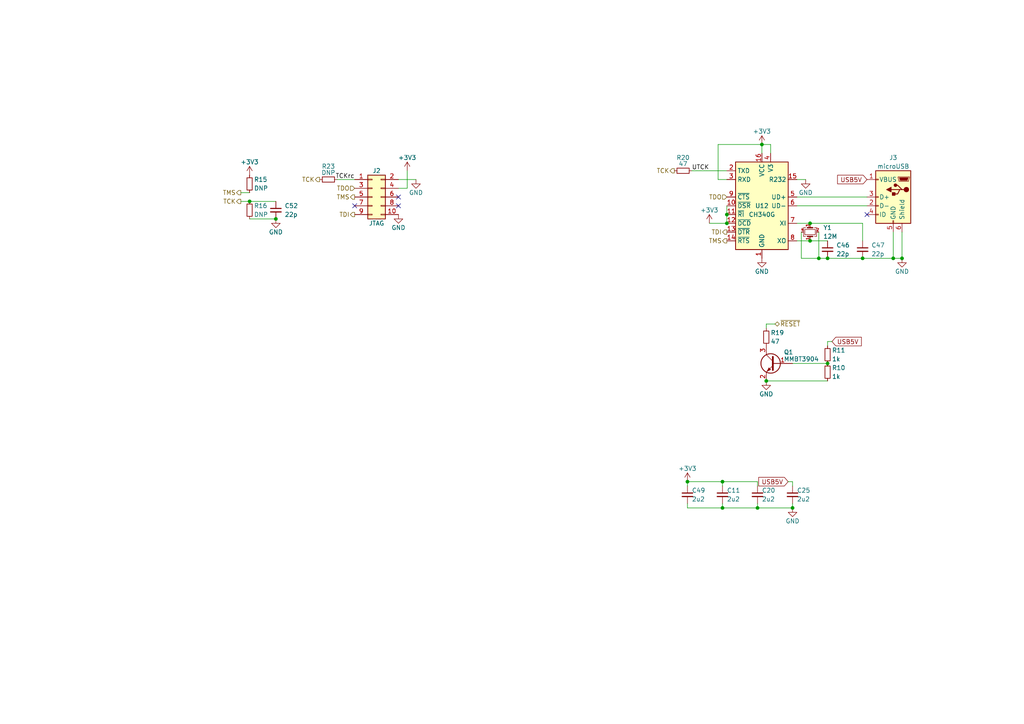
<source format=kicad_sch>
(kicad_sch (version 20231120) (generator "eeschema") (generator_version "8.0")
  (paper "A4")
  (title_block (title "WarpSE (GW4410A)") (date "2024-04-23") (rev "1.0") (company "Garrett's Workshop"))
  (lib_symbols
    (symbol "Connector:USB_B_Micro" (pin_names (offset 1.016))
      (property "Reference" "J" (at -5.08 11.43 0))
      (property "Value" "USB_B_Micro" (at -5.08 8.89 0))
      (symbol "USB_B_Micro_0_1"
        (rectangle (start -5.08 -7.62) (end 5.08 7.62) (stroke (width 0.254)) (fill (type background)))
        (circle (center -3.81 2.159) (radius 0.635) (stroke (width 0.254)) (fill (type outline)))
        (circle (center -0.635 3.429) (radius 0.381) (stroke (width 0.254)) (fill (type outline)))
        (rectangle (start -0.127 -7.62) (end 0.127 -6.858))
        (polyline (pts (xy -1.905 2.159) (xy 0.635 2.159)) (stroke (width 0.254)))
        (polyline (pts (xy -3.175 2.159) (xy -2.54 2.159) (xy -1.27 3.429) (xy -0.635 3.429)) (stroke (width 0.254)))
        (polyline (pts (xy -2.54 2.159) (xy -1.905 2.159) (xy -1.27 0.889) (xy 0 0.889)) (stroke (width 0.254)))
        (polyline (pts (xy 0.635 2.794) (xy 0.635 1.524) (xy 1.905 2.159) (xy 0.635 2.794)) (stroke (width 0.254)) (fill (type outline)))
        (polyline (pts (xy -4.318 5.588) (xy -1.778 5.588) (xy -2.032 4.826) (xy -4.064 4.826) (xy -4.318 5.588)) (fill (type outline)))
        (polyline (pts (xy -4.699 5.842) (xy -4.699 5.588) (xy -4.445 4.826) (xy -4.445 4.572) (xy -1.651 4.572) (xy -1.651 4.826) (xy -1.397 5.588) (xy -1.397 5.842) (xy -4.699 5.842)))
        (rectangle (start 0.254 1.27) (end -0.508 0.508) (stroke (width 0.254)) (fill (type outline)))
        (rectangle (start 5.08 -5.207) (end 4.318 -4.953))
        (rectangle (start 5.08 -2.667) (end 4.318 -2.413))
        (rectangle (start 5.08 -0.127) (end 4.318 0.127))
        (rectangle (start 5.08 4.953) (end 4.318 5.207))
      )
      (symbol "USB_B_Micro_1_1"
        (pin power_out line (at 7.62 5.08 180) (length 2.54) (name "VBUS") (number "1"))
        (pin bidirectional line (at 7.62 -2.54 180) (length 2.54) (name "D-") (number "2"))
        (pin bidirectional line (at 7.62 0 180) (length 2.54) (name "D+") (number "3"))
        (pin passive line (at 7.62 -5.08 180) (length 2.54) (name "ID") (number "4"))
        (pin power_out line (at 0 -10.16 90) (length 2.54) (name "GND") (number "5"))
        (pin passive line (at -2.54 -10.16 90) (length 2.54) (name "Shield") (number "6"))
      )
    )
    (symbol "Connector_Generic:Conn_02x05_Odd_Even" (pin_names (offset 1.016) hide)
      (property "Reference" "J" (at 1.27 7.62 0))
      (property "Value" "Conn_02x05_Odd_Even" (at 1.27 -7.62 0))
      (symbol "Conn_02x05_Odd_Even_1_1"
        (rectangle (start -1.27 -4.953) (end 0 -5.207) (stroke (width 0.1524)))
        (rectangle (start -1.27 -2.413) (end 0 -2.667) (stroke (width 0.1524)))
        (rectangle (start -1.27 0.127) (end 0 -0.127) (stroke (width 0.1524)))
        (rectangle (start -1.27 2.667) (end 0 2.413) (stroke (width 0.1524)))
        (rectangle (start -1.27 5.207) (end 0 4.953) (stroke (width 0.1524)))
        (rectangle (start -1.27 6.35) (end 3.81 -6.35) (stroke (width 0.254)) (fill (type background)))
        (rectangle (start 3.81 -4.953) (end 2.54 -5.207) (stroke (width 0.1524)))
        (rectangle (start 3.81 -2.413) (end 2.54 -2.667) (stroke (width 0.1524)))
        (rectangle (start 3.81 0.127) (end 2.54 -0.127) (stroke (width 0.1524)))
        (rectangle (start 3.81 2.667) (end 2.54 2.413) (stroke (width 0.1524)))
        (rectangle (start 3.81 5.207) (end 2.54 4.953) (stroke (width 0.1524)))
        (pin passive line (at -5.08 5.08 0) (length 3.81) (name "Pin_1") (number "1"))
        (pin passive line (at 7.62 -5.08 180) (length 3.81) (name "Pin_10") (number "10"))
        (pin passive line (at 7.62 5.08 180) (length 3.81) (name "Pin_2") (number "2"))
        (pin passive line (at -5.08 2.54 0) (length 3.81) (name "Pin_3") (number "3"))
        (pin passive line (at 7.62 2.54 180) (length 3.81) (name "Pin_4") (number "4"))
        (pin passive line (at -5.08 0 0) (length 3.81) (name "Pin_5") (number "5"))
        (pin passive line (at 7.62 0 180) (length 3.81) (name "Pin_6") (number "6"))
        (pin passive line (at -5.08 -2.54 0) (length 3.81) (name "Pin_7") (number "7"))
        (pin passive line (at 7.62 -2.54 180) (length 3.81) (name "Pin_8") (number "8"))
        (pin passive line (at -5.08 -5.08 0) (length 3.81) (name "Pin_9") (number "9"))
      )
    )
    (symbol "Device:C_Small" (pin_numbers hide) (pin_names (offset 0.254) hide)
      (property "Reference" "C" (at 0.254 1.778 0))
      (property "Value" "C_Small" (at 0.254 -2.032 0))
      (symbol "C_Small_0_1"
        (polyline (pts (xy -1.524 -0.508) (xy 1.524 -0.508)) (stroke (width 0.3302)))
        (polyline (pts (xy -1.524 0.508) (xy 1.524 0.508)) (stroke (width 0.3048)))
      )
      (symbol "C_Small_1_1"
        (pin passive line (at 0 2.54 270) (length 2.032) (name "~") (number "1"))
        (pin passive line (at 0 -2.54 90) (length 2.032) (name "~") (number "2"))
      )
    )
    (symbol "Device:Crystal_GND24_Small" (pin_names (offset 1.016) hide)
      (property "Reference" "Y" (at 1.27 4.445 0))
      (property "Value" "Crystal_GND24_Small" (at 1.27 2.54 0))
      (symbol "Crystal_GND24_Small_0_1"
        (rectangle (start -0.762 -1.524) (end 0.762 1.524))
        (polyline (pts (xy -1.27 -0.762) (xy -1.27 0.762)) (stroke (width 0.381)))
        (polyline (pts (xy 1.27 -0.762) (xy 1.27 0.762)) (stroke (width 0.381)))
        (polyline (pts (xy -1.27 -1.27) (xy -1.27 -1.905) (xy 1.27 -1.905) (xy 1.27 -1.27)))
        (polyline (pts (xy -1.27 1.27) (xy -1.27 1.905) (xy 1.27 1.905) (xy 1.27 1.27)))
      )
      (symbol "Crystal_GND24_Small_1_1"
        (pin passive line (at -2.54 0 0) (length 1.27) (name "1") (number "1"))
        (pin passive line (at 0 -2.54 90) (length 0.635) (name "2") (number "2"))
        (pin passive line (at 2.54 0 180) (length 1.27) (name "3") (number "3"))
        (pin passive line (at 0 2.54 270) (length 0.635) (name "4") (number "4"))
      )
    )
    (symbol "Device:R_Small" (pin_numbers hide) (pin_names (offset 0.254) hide)
      (property "Reference" "R" (at 0.762 0.508 0))
      (property "Value" "R_Small" (at 0.762 -1.016 0))
      (symbol "R_Small_0_1"
        (rectangle (start -0.762 1.778) (end 0.762 -1.778) (stroke (width 0.2032)))
      )
      (symbol "R_Small_1_1"
        (pin passive line (at 0 2.54 270) (length 0.762) (name "~") (number "1"))
        (pin passive line (at 0 -2.54 90) (length 0.762) (name "~") (number "2"))
      )
    )
    (symbol "Interface_USB:CH340G"
      (property "Reference" "U" (at -5.08 13.97 0))
      (property "Value" "CH340G" (at 1.27 13.97 0))
      (symbol "CH340G_0_1"
        (rectangle (start -7.62 12.7) (end 7.62 -12.7) (stroke (width 0.254)) (fill (type background)))
      )
      (symbol "CH340G_1_1"
        (pin power_in line (at 0 -15.24 90) (length 2.54) (name "GND") (number "1"))
        (pin input line (at 10.16 0 180) (length 2.54) (name "~{DSR}") (number "10"))
        (pin input line (at 10.16 -2.54 180) (length 2.54) (name "~{RI}") (number "11"))
        (pin input line (at 10.16 -5.08 180) (length 2.54) (name "~{DCD}") (number "12"))
        (pin output line (at 10.16 -7.62 180) (length 2.54) (name "~{DTR}") (number "13"))
        (pin output line (at 10.16 -10.16 180) (length 2.54) (name "~{RTS}") (number "14"))
        (pin input line (at -10.16 7.62 0) (length 2.54) (name "R232") (number "15"))
        (pin power_in line (at 0 15.24 270) (length 2.54) (name "VCC") (number "16"))
        (pin output line (at 10.16 10.16 180) (length 2.54) (name "TXD") (number "2"))
        (pin input line (at 10.16 7.62 180) (length 2.54) (name "RXD") (number "3"))
        (pin passive line (at -2.54 15.24 270) (length 2.54) (name "V3") (number "4"))
        (pin bidirectional line (at -10.16 2.54 0) (length 2.54) (name "UD+") (number "5"))
        (pin bidirectional line (at -10.16 0 0) (length 2.54) (name "UD-") (number "6"))
        (pin input line (at -10.16 -5.08 0) (length 2.54) (name "XI") (number "7"))
        (pin output line (at -10.16 -10.16 0) (length 2.54) (name "XO") (number "8"))
        (pin input line (at 10.16 2.54 180) (length 2.54) (name "~{CTS}") (number "9"))
      )
    )
    (symbol "Transistor_BJT:MMBT3904" (pin_names (offset 0) hide)
      (property "Reference" "Q" (at 5.08 1.905 0))
      (property "Value" "MMBT3904" (at 5.08 0 0))
      (symbol "MMBT3904_0_1"
        (polyline (pts (xy 0.635 0.635) (xy 2.54 2.54)))
        (polyline (pts (xy 0.635 -0.635) (xy 2.54 -2.54) (xy 2.54 -2.54)))
        (polyline (pts (xy 0.635 1.905) (xy 0.635 -1.905) (xy 0.635 -1.905)) (stroke (width 0.508)))
        (polyline (pts (xy 1.27 -1.778) (xy 1.778 -1.27) (xy 2.286 -2.286) (xy 1.27 -1.778) (xy 1.27 -1.778)) (fill (type outline)))
        (circle (center 1.27 0) (radius 2.8194) (stroke (width 0.254)))
      )
      (symbol "MMBT3904_1_1"
        (pin input line (at -5.08 0 0) (length 5.715) (name "B") (number "1"))
        (pin passive line (at 2.54 -5.08 90) (length 2.54) (name "E") (number "2"))
        (pin passive line (at 2.54 5.08 270) (length 2.54) (name "C") (number "3"))
      )
    )
    (symbol "power:+3V3" (power) (pin_names (offset 0))
      (property "Value" "+3V3" (at 0 3.556 0))
      (symbol "+3V3_0_1"
        (polyline (pts (xy -0.762 1.27) (xy 0 2.54)))
        (polyline (pts (xy 0 0) (xy 0 2.54)))
        (polyline (pts (xy 0 2.54) (xy 0.762 1.27)))
      )
      (symbol "+3V3_1_1"
        (pin power_in line (at 0 0 90) (length 0) hide (name "+3V3") (number "1"))
      )
    )
    (symbol "power:GND" (power) (pin_names (offset 0))
      (property "Value" "GND" (at 0 -3.81 0))
      (symbol "GND_0_1"
        (polyline (pts (xy 0 0) (xy 0 -1.27) (xy 1.27 -1.27) (xy 0 -2.54) (xy -1.27 -1.27) (xy 0 -1.27)))
      )
      (symbol "GND_1_1"
        (pin power_in line (at 0 0 270) (length 0) hide (name "GND") (number "1"))
      )
    )
  )
  (junction (at 261.62 74.93))
  (junction (at 210.82 62.23))
  (junction (at 209.55 139.7))
  (junction (at 220.98 41.91))
  (junction (at 250.19 74.93))
  (junction (at 237.49 74.93))
  (junction (at 234.95 69.85))
  (junction (at 240.03 74.93))
  (junction (at 72.39 58.42))
  (junction (at 222.25 110.49))
  (junction (at 219.71 147.32))
  (junction (at 210.82 64.77))
  (junction (at 240.03 105.41))
  (junction (at 229.87 147.32))
  (junction (at 80.01 63.5))
  (junction (at 209.55 147.32))
  (junction (at 259.08 74.93))
  (junction (at 234.95 64.77))
  (junction (at 199.39 139.7))
  (no_connect (at 115.57 59.69))
  (no_connect (at 251.46 62.23))
  (no_connect (at 102.87 59.69))
  (no_connect (at 115.57 57.15))
  (wire (pts (xy 231.14 64.77) (xy 234.95 64.77)))
  (wire (pts (xy 240.03 69.85) (xy 234.95 69.85)))
  (wire (pts (xy 250.19 64.77) (xy 250.19 69.85)))
  (wire (pts (xy 115.57 52.07) (xy 120.65 52.07)))
  (wire (pts (xy 223.52 41.91) (xy 223.52 44.45)))
  (wire (pts (xy 208.28 41.91) (xy 220.98 41.91)))
  (wire (pts (xy 231.14 69.85) (xy 234.95 69.85)))
  (wire (pts (xy 240.03 74.93) (xy 250.19 74.93)))
  (wire (pts (xy 209.55 139.7) (xy 219.71 139.7)))
  (wire (pts (xy 115.57 54.61) (xy 118.11 54.61)))
  (wire (pts (xy 72.39 55.88) (xy 69.85 55.88)))
  (wire (pts (xy 229.87 139.7) (xy 229.87 140.97)))
  (wire (pts (xy 72.39 58.42) (xy 80.01 58.42)))
  (wire (pts (xy 259.08 74.93) (xy 261.62 74.93)))
  (wire (pts (xy 118.11 54.61) (xy 118.11 49.53)))
  (wire (pts (xy 237.49 74.93) (xy 232.41 74.93)))
  (wire (pts (xy 219.71 139.7) (xy 219.71 140.97)))
  (wire (pts (xy 237.49 67.31) (xy 237.49 74.93)))
  (wire (pts (xy 222.25 93.98) (xy 222.25 95.25)))
  (wire (pts (xy 72.39 63.5) (xy 80.01 63.5)))
  (wire (pts (xy 199.39 139.7) (xy 199.39 140.97)))
  (wire (pts (xy 229.87 147.32) (xy 229.87 146.05)))
  (wire (pts (xy 261.62 67.31) (xy 261.62 74.93)))
  (wire (pts (xy 210.82 62.23) (xy 210.82 59.69)))
  (wire (pts (xy 209.55 139.7) (xy 209.55 140.97)))
  (wire (pts (xy 220.98 41.91) (xy 223.52 41.91)))
  (wire (pts (xy 241.3 99.06) (xy 240.03 99.06)))
  (wire (pts (xy 234.95 64.77) (xy 250.19 64.77)))
  (wire (pts (xy 69.85 58.42) (xy 72.39 58.42)))
  (wire (pts (xy 240.03 105.41) (xy 229.87 105.41)))
  (wire (pts (xy 219.71 147.32) (xy 219.71 146.05)))
  (wire (pts (xy 259.08 67.31) (xy 259.08 74.93)))
  (wire (pts (xy 233.68 52.07) (xy 231.14 52.07)))
  (wire (pts (xy 250.19 74.93) (xy 259.08 74.93)))
  (wire (pts (xy 209.55 147.32) (xy 199.39 147.32)))
  (wire (pts (xy 199.39 139.7) (xy 209.55 139.7)))
  (wire (pts (xy 205.74 64.77) (xy 210.82 64.77)))
  (wire (pts (xy 219.71 147.32) (xy 209.55 147.32)))
  (wire (pts (xy 222.25 110.49) (xy 240.03 110.49)))
  (wire (pts (xy 237.49 74.93) (xy 240.03 74.93)))
  (wire (pts (xy 209.55 147.32) (xy 209.55 146.05)))
  (wire (pts (xy 240.03 99.06) (xy 240.03 100.33)))
  (wire (pts (xy 229.87 139.7) (xy 228.6 139.7)))
  (wire (pts (xy 199.39 147.32) (xy 199.39 146.05)))
  (wire (pts (xy 210.82 62.23) (xy 210.82 64.77)))
  (wire (pts (xy 219.71 147.32) (xy 229.87 147.32)))
  (wire (pts (xy 232.41 74.93) (xy 232.41 67.31)))
  (wire (pts (xy 251.46 57.15) (xy 231.14 57.15)))
  (wire (pts (xy 208.28 41.91) (xy 208.28 52.07)))
  (wire (pts (xy 224.79 93.98) (xy 222.25 93.98)))
  (wire (pts (xy 208.28 52.07) (xy 210.82 52.07)))
  (wire (pts (xy 231.14 59.69) (xy 251.46 59.69)))
  (wire (pts (xy 220.98 41.91) (xy 220.98 44.45)))
  (wire (pts (xy 97.79 52.07) (xy 102.87 52.07)))
  (wire (pts (xy 210.82 49.53) (xy 200.66 49.53)))
  (label "UTCK" (at 200.66 49.53 0))
  (label "TCKrc" (at 102.87 52.07 180))
  (global_label "USB5V" (shape input) (at 251.46 52.07 180) (property "Intersheetrefs" "${INTERSHEET_REFS}" (effects (hide yes))))
  (global_label "USB5V" (shape input) (at 228.6 139.7 180) (property "Intersheetrefs" "${INTERSHEET_REFS}" (effects (hide yes))))
  (global_label "USB5V" (shape input) (at 241.3 99.06 0) (property "Intersheetrefs" "${INTERSHEET_REFS}" (effects (hide yes))))
  (hierarchical_label "TCK" (shape output) (at 92.71 52.07 180))
  (hierarchical_label "TCK" (shape output) (at 69.85 58.42 180))
  (hierarchical_label "TMS" (shape output) (at 69.85 55.88 180))
  (hierarchical_label "~{RESET}" (shape tri_state) (at 224.79 93.98 0))
  (hierarchical_label "TMS" (shape output) (at 210.82 69.85 180))
  (hierarchical_label "TDI" (shape output) (at 102.87 62.23 180))
  (hierarchical_label "TMS" (shape output) (at 102.87 57.15 180))
  (hierarchical_label "TDO" (shape input) (at 210.82 57.15 180))
  (hierarchical_label "TCK" (shape output) (at 195.58 49.53 180))
  (hierarchical_label "TDO" (shape input) (at 102.87 54.61 180))
  (hierarchical_label "TDI" (shape output) (at 210.82 67.31 180))
  (symbol (lib_id "Connector_Generic:Conn_02x05_Odd_Even") (at 107.95 57.15 0) (unit 1)
    (property "Reference" "J2" (at 109.22 49.53 0))
    (property "Value" "JTAG" (at 109.22 64.77 0))
    (property "Footprint" "stdpads:Tag-Connect_TC2050-IDC-FP_2x05_P1.27mm_Vertical" (effects (hide yes)))
  )
  (symbol (lib_id "power:+3V3") (at 118.11 49.53 0) (unit 1)
    (property "Reference" "#PWR0128" (effects (hide yes)))
    (property "Value" "+3V3" (at 118.11 45.72 0))
  )
  (symbol (lib_id "Interface_USB:CH340G") (at 220.98 59.69 0) (mirror y) (unit 1)
    (property "Reference" "U12" (at 220.98 59.69 0))
    (property "Value" "CH340G" (at 220.98 62.23 0))
    (property "Footprint" "stdpads:SOIC-16_3.9mm" (effects (hide yes)))
    (property "LCSC Part" "C14267" (effects (hide yes)))
  )
  (symbol (lib_id "power:GND") (at 233.68 52.07 0) (mirror y) (unit 1)
    (property "Reference" "#PWR0164" (effects (hide yes)))
    (property "Value" "GND" (at 233.68 55.88 0))
  )
  (symbol (lib_id "Device:C_Small") (at 209.55 143.51 0) (unit 1)
    (property "Reference" "C11" (at 210.82 142.24 0) (effects (justify left)))
    (property "Value" "2u2" (at 210.82 144.78 0) (effects (justify left)))
    (property "Footprint" "stdpads:C_0603" (effects (hide yes)))
    (property "LCSC Part" "C23630" (effects (hide yes)))
  )
  (symbol (lib_id "Device:C_Small") (at 229.87 143.51 0) (unit 1)
    (property "Reference" "C25" (at 231.14 142.24 0) (effects (justify left)))
    (property "Value" "2u2" (at 231.14 144.78 0) (effects (justify left)))
    (property "Footprint" "stdpads:C_0603" (effects (hide yes)))
    (property "LCSC Part" "C23630" (effects (hide yes)))
  )
  (symbol (lib_id "power:GND") (at 261.62 74.93 0) (mirror y) (unit 1)
    (property "Reference" "#PWR0165" (effects (hide yes)))
    (property "Value" "GND" (at 261.62 78.74 0))
  )
  (symbol (lib_id "power:GND") (at 115.57 62.23 0) (unit 1)
    (property "Reference" "#PWR0127" (effects (hide yes)))
    (property "Value" "GND" (at 115.57 66.04 0))
  )
  (symbol (lib_id "Device:C_Small") (at 240.03 72.39 0) (unit 1)
    (property "Reference" "C46" (at 242.57 71.12 0) (effects (justify left)))
    (property "Value" "22p" (at 242.57 73.66 0) (effects (justify left)))
    (property "Footprint" "stdpads:C_0603" (effects (hide yes)))
    (property "LCSC Part" "C1653" (effects (hide yes)))
  )
  (symbol (lib_id "Device:C_Small") (at 250.19 72.39 0) (unit 1)
    (property "Reference" "C47" (at 252.73 71.12 0) (effects (justify left)))
    (property "Value" "22p" (at 252.73 73.66 0) (effects (justify left)))
    (property "Footprint" "stdpads:C_0603" (effects (hide yes)))
    (property "LCSC Part" "C1653" (effects (hide yes)))
  )
  (symbol (lib_id "Connector:USB_B_Micro") (at 259.08 57.15 0) (mirror y) (unit 1)
    (property "Reference" "J3" (at 259.08 45.72 0))
    (property "Value" "microUSB" (at 259.08 48.26 0))
    (property "Footprint" "stdpads:USB_Micro-B_Amphenol_10118192-0001" (effects (hide yes)))
    (property "LCSC Part" "C132564" (effects (hide yes)))
  )
  (symbol (lib_id "power:GND") (at 120.65 52.07 0) (unit 1)
    (property "Reference" "#PWR0204" (effects (hide yes)))
    (property "Value" "GND" (at 120.65 55.88 0))
  )
  (symbol (lib_id "power:GND") (at 229.87 147.32 0) (mirror y) (unit 1)
    (property "Reference" "#PWR0199" (effects (hide yes)))
    (property "Value" "GND" (at 229.87 151.13 0))
  )
  (symbol (lib_id "power:GND") (at 220.98 74.93 0) (mirror y) (unit 1)
    (property "Reference" "#PWR0162" (effects (hide yes)))
    (property "Value" "GND" (at 220.98 78.74 0))
  )
  (symbol (lib_id "Device:R_Small") (at 72.39 60.96 0) (mirror y) (unit 1)
    (property "Reference" "R16" (at 73.66 59.69 0) (effects (justify right)))
    (property "Value" "DNP" (at 73.66 62.23 0) (effects (justify right)))
    (property "Footprint" "stdpads:R_0603" (effects (hide yes)))
  )
  (symbol (lib_id "Device:R_Small") (at 72.39 53.34 0) (mirror y) (unit 1)
    (property "Reference" "R15" (at 73.66 52.07 0) (effects (justify right)))
    (property "Value" "DNP" (at 73.66 54.61 0) (effects (justify right)))
    (property "Footprint" "stdpads:R_0603" (effects (hide yes)))
  )
  (symbol (lib_id "power:+3V3") (at 72.39 50.8 0) (unit 1)
    (property "Reference" "#PWR0205" (effects (hide yes)))
    (property "Value" "+3V3" (at 72.39 46.99 0))
  )
  (symbol (lib_id "power:GND") (at 80.01 63.5 0) (unit 1)
    (property "Reference" "#PWR0206" (effects (hide yes)))
    (property "Value" "GND" (at 80.01 67.31 0))
  )
  (symbol (lib_id "Device:R_Small") (at 240.03 102.87 180) (unit 1)
    (property "Reference" "R11" (at 241.3 101.6 0) (effects (justify right)))
    (property "Value" "1k" (at 241.3 104.14 0) (effects (justify right)))
    (property "Footprint" "stdpads:R_0603" (effects (hide yes)))
    (property "LCSC Part" "C21190" (effects (hide yes)))
  )
  (symbol (lib_id "power:+3V3") (at 205.74 64.77 0) (unit 1)
    (property "Reference" "#PWR022" (effects (hide yes)))
    (property "Value" "+3V3" (at 205.74 60.96 0))
  )
  (symbol (lib_id "Device:Crystal_GND24_Small") (at 234.95 67.31 90) (unit 1)
    (property "Reference" "Y1" (at 238.76 66.04 90) (effects (justify right)))
    (property "Value" "12M" (at 238.76 68.58 90) (effects (justify right)))
    (property "Footprint" "stdpads:Crystal_SMD_3225-4Pin_3.2x2.5mm" (effects (hide yes)))
    (property "LCSC Part" "C9002" (effects (hide yes)))
  )
  (symbol (lib_id "power:+3V3") (at 199.39 139.7 0) (unit 1)
    (property "Reference" "#PWR023" (effects (hide yes)))
    (property "Value" "+3V3" (at 199.39 135.89 0))
  )
  (symbol (lib_id "Transistor_BJT:MMBT3904") (at 224.79 105.41 0) (mirror y) (unit 1)
    (property "Reference" "Q1" (at 227.33 102.87 0) (effects (justify right bottom)))
    (property "Value" "MMBT3904" (at 227.33 104.14 0) (effects (justify right)))
    (property "Footprint" "stdpads:SOT-23" (effects (hide yes)))
    (property "LCSC Part" "C20526" (effects (hide yes)))
  )
  (symbol (lib_id "Device:R_Small") (at 198.12 49.53 270) (unit 1)
    (property "Reference" "R20" (at 198.12 45.72 90))
    (property "Value" "47" (at 198.12 48.26 90) (effects (justify bottom)))
    (property "Footprint" "stdpads:R_0603" (effects (hide yes)))
    (property "LCSC Part" "C23182" (effects (hide yes)))
  )
  (symbol (lib_id "Device:R_Small") (at 222.25 97.79 0) (mirror y) (unit 1)
    (property "Reference" "R19" (at 223.52 96.52 0) (effects (justify right)))
    (property "Value" "47" (at 223.52 99.06 0) (effects (justify right)))
    (property "Footprint" "stdpads:R_0603" (effects (hide yes)))
    (property "LCSC Part" "C23182" (effects (hide yes)))
  )
  (symbol (lib_id "Device:C_Small") (at 199.39 143.51 0) (unit 1)
    (property "Reference" "C49" (at 200.66 142.24 0) (effects (justify left)))
    (property "Value" "2u2" (at 200.66 144.78 0) (effects (justify left)))
    (property "Footprint" "stdpads:C_0603" (effects (hide yes)))
    (property "LCSC Part" "C23630" (effects (hide yes)))
  )
  (symbol (lib_id "Device:R_Small") (at 95.25 52.07 270) (unit 1)
    (property "Reference" "R23" (at 95.25 48.26 90))
    (property "Value" "DNP" (at 95.25 50.8 90) (effects (justify bottom)))
    (property "Footprint" "stdpads:R_0603" (effects (hide yes)))
  )
  (symbol (lib_id "Device:C_Small") (at 219.71 143.51 0) (unit 1)
    (property "Reference" "C20" (at 220.98 142.24 0) (effects (justify left)))
    (property "Value" "2u2" (at 220.98 144.78 0) (effects (justify left)))
    (property "Footprint" "stdpads:C_0603" (effects (hide yes)))
    (property "LCSC Part" "C23630" (effects (hide yes)))
  )
  (symbol (lib_id "power:GND") (at 222.25 110.49 0) (unit 1)
    (property "Reference" "#PWR020" (effects (hide yes)))
    (property "Value" "GND" (at 222.25 114.3 0))
  )
  (symbol (lib_id "Device:R_Small") (at 240.03 107.95 180) (unit 1)
    (property "Reference" "R10" (at 241.3 106.68 0) (effects (justify right)))
    (property "Value" "1k" (at 241.3 109.22 0) (effects (justify right)))
    (property "Footprint" "stdpads:R_0603" (effects (hide yes)))
    (property "LCSC Part" "C21190" (effects (hide yes)))
  )
  (symbol (lib_id "power:+3V3") (at 220.98 41.91 0) (unit 1)
    (property "Reference" "#PWR021" (effects (hide yes)))
    (property "Value" "+3V3" (at 220.98 38.1 0))
  )
  (symbol (lib_id "Device:C_Small") (at 80.01 60.96 0) (unit 1)
    (property "Reference" "C52" (at 82.55 59.69 0) (effects (justify left)))
    (property "Value" "22p" (at 82.55 62.23 0) (effects (justify left)))
    (property "Footprint" "stdpads:C_0603" (effects (hide yes)))
    (property "LCSC Part" "C1653" (effects (hide yes)))
  )
)
</source>
